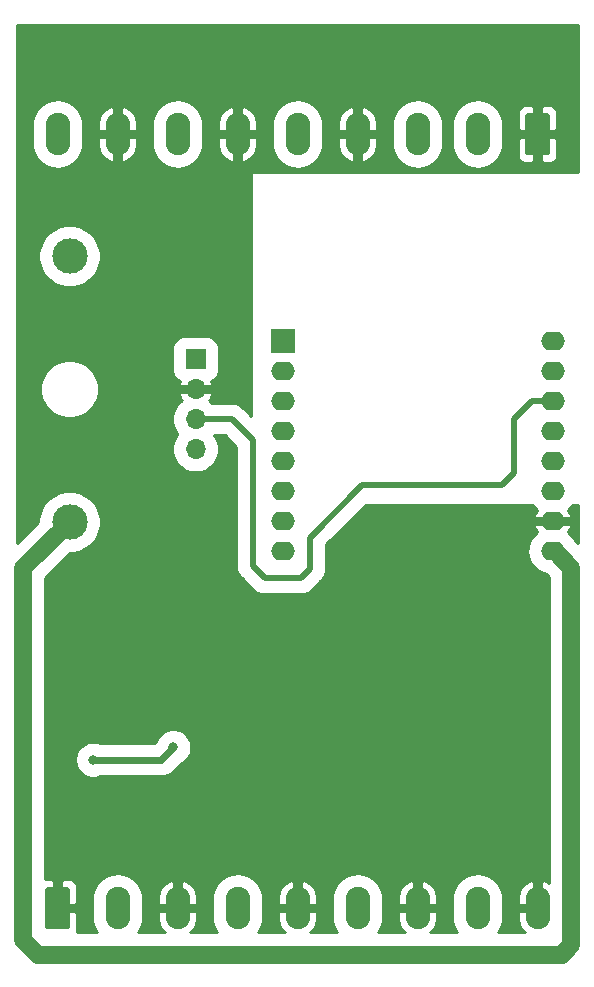
<source format=gbr>
G04 #@! TF.GenerationSoftware,KiCad,Pcbnew,5.1.5-52549c5~84~ubuntu18.04.1*
G04 #@! TF.CreationDate,2019-12-06T09:50:21+01:00*
G04 #@! TF.ProjectId,esp8266_temperature_iot,65737038-3236-4365-9f74-656d70657261,rev?*
G04 #@! TF.SameCoordinates,Original*
G04 #@! TF.FileFunction,Copper,L2,Bot*
G04 #@! TF.FilePolarity,Positive*
%FSLAX46Y46*%
G04 Gerber Fmt 4.6, Leading zero omitted, Abs format (unit mm)*
G04 Created by KiCad (PCBNEW 5.1.5-52549c5~84~ubuntu18.04.1) date 2019-12-06 09:50:21*
%MOMM*%
%LPD*%
G04 APERTURE LIST*
%ADD10O,1.700000X1.700000*%
%ADD11R,1.700000X1.700000*%
%ADD12C,3.000000*%
%ADD13O,2.000000X1.600000*%
%ADD14R,2.000000X2.000000*%
%ADD15C,0.100000*%
%ADD16O,2.080000X3.600000*%
%ADD17C,0.800000*%
%ADD18C,0.600000*%
%ADD19C,1.500000*%
%ADD20C,0.500000*%
%ADD21C,0.254000*%
G04 APERTURE END LIST*
D10*
X67564000Y-120904000D03*
X67564000Y-118364000D03*
X67564000Y-115824000D03*
D11*
X67564000Y-113284000D03*
D12*
X56896000Y-104574000D03*
X56896000Y-127074000D03*
D13*
X74930000Y-114300000D03*
D14*
X74930000Y-111760000D03*
D13*
X74930000Y-116840000D03*
X74930000Y-119380000D03*
X74930000Y-121920000D03*
X74930000Y-124460000D03*
X74930000Y-127000000D03*
X74930000Y-129540000D03*
X97790000Y-129540000D03*
X97790000Y-127000000D03*
X97790000Y-124460000D03*
X97790000Y-121920000D03*
X97790000Y-119380000D03*
X97790000Y-116840000D03*
X97790000Y-114300000D03*
X97790000Y-111760000D03*
G04 #@! TA.AperFunction,ComponentPad*
D15*
G36*
X97334505Y-92435204D02*
G01*
X97358773Y-92438804D01*
X97382572Y-92444765D01*
X97405671Y-92453030D01*
X97427850Y-92463520D01*
X97448893Y-92476132D01*
X97468599Y-92490747D01*
X97486777Y-92507223D01*
X97503253Y-92525401D01*
X97517868Y-92545107D01*
X97530480Y-92566150D01*
X97540970Y-92588329D01*
X97549235Y-92611428D01*
X97555196Y-92635227D01*
X97558796Y-92659495D01*
X97560000Y-92683999D01*
X97560000Y-95784001D01*
X97558796Y-95808505D01*
X97555196Y-95832773D01*
X97549235Y-95856572D01*
X97540970Y-95879671D01*
X97530480Y-95901850D01*
X97517868Y-95922893D01*
X97503253Y-95942599D01*
X97486777Y-95960777D01*
X97468599Y-95977253D01*
X97448893Y-95991868D01*
X97427850Y-96004480D01*
X97405671Y-96014970D01*
X97382572Y-96023235D01*
X97358773Y-96029196D01*
X97334505Y-96032796D01*
X97310001Y-96034000D01*
X95729999Y-96034000D01*
X95705495Y-96032796D01*
X95681227Y-96029196D01*
X95657428Y-96023235D01*
X95634329Y-96014970D01*
X95612150Y-96004480D01*
X95591107Y-95991868D01*
X95571401Y-95977253D01*
X95553223Y-95960777D01*
X95536747Y-95942599D01*
X95522132Y-95922893D01*
X95509520Y-95901850D01*
X95499030Y-95879671D01*
X95490765Y-95856572D01*
X95484804Y-95832773D01*
X95481204Y-95808505D01*
X95480000Y-95784001D01*
X95480000Y-92683999D01*
X95481204Y-92659495D01*
X95484804Y-92635227D01*
X95490765Y-92611428D01*
X95499030Y-92588329D01*
X95509520Y-92566150D01*
X95522132Y-92545107D01*
X95536747Y-92525401D01*
X95553223Y-92507223D01*
X95571401Y-92490747D01*
X95591107Y-92476132D01*
X95612150Y-92463520D01*
X95634329Y-92453030D01*
X95657428Y-92444765D01*
X95681227Y-92438804D01*
X95705495Y-92435204D01*
X95729999Y-92434000D01*
X97310001Y-92434000D01*
X97334505Y-92435204D01*
G37*
G04 #@! TD.AperFunction*
D16*
X91440000Y-94234000D03*
X86360000Y-94234000D03*
X81280000Y-94234000D03*
X76200000Y-94234000D03*
X71120000Y-94234000D03*
X66040000Y-94234000D03*
X60960000Y-94234000D03*
X55880000Y-94234000D03*
X96520000Y-159766000D03*
X91440000Y-159766000D03*
X86360000Y-159766000D03*
X81280000Y-159766000D03*
X76200000Y-159766000D03*
X71120000Y-159766000D03*
X66040000Y-159766000D03*
X60960000Y-159766000D03*
G04 #@! TA.AperFunction,ComponentPad*
D15*
G36*
X56694505Y-157967204D02*
G01*
X56718773Y-157970804D01*
X56742572Y-157976765D01*
X56765671Y-157985030D01*
X56787850Y-157995520D01*
X56808893Y-158008132D01*
X56828599Y-158022747D01*
X56846777Y-158039223D01*
X56863253Y-158057401D01*
X56877868Y-158077107D01*
X56890480Y-158098150D01*
X56900970Y-158120329D01*
X56909235Y-158143428D01*
X56915196Y-158167227D01*
X56918796Y-158191495D01*
X56920000Y-158215999D01*
X56920000Y-161316001D01*
X56918796Y-161340505D01*
X56915196Y-161364773D01*
X56909235Y-161388572D01*
X56900970Y-161411671D01*
X56890480Y-161433850D01*
X56877868Y-161454893D01*
X56863253Y-161474599D01*
X56846777Y-161492777D01*
X56828599Y-161509253D01*
X56808893Y-161523868D01*
X56787850Y-161536480D01*
X56765671Y-161546970D01*
X56742572Y-161555235D01*
X56718773Y-161561196D01*
X56694505Y-161564796D01*
X56670001Y-161566000D01*
X55089999Y-161566000D01*
X55065495Y-161564796D01*
X55041227Y-161561196D01*
X55017428Y-161555235D01*
X54994329Y-161546970D01*
X54972150Y-161536480D01*
X54951107Y-161523868D01*
X54931401Y-161509253D01*
X54913223Y-161492777D01*
X54896747Y-161474599D01*
X54882132Y-161454893D01*
X54869520Y-161433850D01*
X54859030Y-161411671D01*
X54850765Y-161388572D01*
X54844804Y-161364773D01*
X54841204Y-161340505D01*
X54840000Y-161316001D01*
X54840000Y-158215999D01*
X54841204Y-158191495D01*
X54844804Y-158167227D01*
X54850765Y-158143428D01*
X54859030Y-158120329D01*
X54869520Y-158098150D01*
X54882132Y-158077107D01*
X54896747Y-158057401D01*
X54913223Y-158039223D01*
X54931401Y-158022747D01*
X54951107Y-158008132D01*
X54972150Y-157995520D01*
X54994329Y-157985030D01*
X55017428Y-157976765D01*
X55041227Y-157970804D01*
X55065495Y-157967204D01*
X55089999Y-157966000D01*
X56670001Y-157966000D01*
X56694505Y-157967204D01*
G37*
G04 #@! TD.AperFunction*
D17*
X65679491Y-146156509D03*
X58893990Y-147193000D03*
X68961000Y-144907000D03*
X68580000Y-134620000D03*
X68580000Y-137414000D03*
X64958000Y-102682000D03*
X64958000Y-101158000D03*
D18*
X65679491Y-146156509D02*
X64643000Y-147193000D01*
X64643000Y-147193000D02*
X58893990Y-147193000D01*
D19*
X97990000Y-129540000D02*
X97790000Y-129540000D01*
X99390000Y-130940000D02*
X97990000Y-129540000D01*
X98552000Y-163703000D02*
X99390000Y-162865000D01*
X56896000Y-127074000D02*
X52959000Y-131011000D01*
X99390000Y-162865000D02*
X99390000Y-130940000D01*
X52959000Y-162433000D02*
X54229000Y-163703000D01*
X52959000Y-131011000D02*
X52959000Y-162433000D01*
X54229000Y-163703000D02*
X98552000Y-163703000D01*
D20*
X96012000Y-116840000D02*
X97790000Y-116840000D01*
X94488000Y-118364000D02*
X96012000Y-116840000D01*
X93472000Y-123952000D02*
X94488000Y-122936000D01*
X81661000Y-123952000D02*
X93472000Y-123952000D01*
X77216000Y-128397000D02*
X81661000Y-123952000D01*
X94488000Y-122936000D02*
X94488000Y-118364000D01*
X77216000Y-131064000D02*
X77216000Y-128397000D01*
X72390000Y-130810000D02*
X73406000Y-131826000D01*
X70612000Y-118364000D02*
X72390000Y-120142000D01*
X67564000Y-118364000D02*
X70612000Y-118364000D01*
X76454000Y-131826000D02*
X77216000Y-131064000D01*
X72390000Y-120142000D02*
X72390000Y-130810000D01*
X73406000Y-131826000D02*
X76454000Y-131826000D01*
D21*
G36*
X99949000Y-97409000D02*
G01*
X72390000Y-97409000D01*
X72365224Y-97411440D01*
X72341399Y-97418667D01*
X72319443Y-97430403D01*
X72300197Y-97446197D01*
X72284403Y-97465443D01*
X72272667Y-97487399D01*
X72265440Y-97511224D01*
X72263000Y-97536000D01*
X72263000Y-118067629D01*
X71633521Y-117438150D01*
X71590397Y-117385603D01*
X71380721Y-117213527D01*
X71141505Y-117085663D01*
X70881939Y-117006925D01*
X70679640Y-116987000D01*
X70612000Y-116980338D01*
X70544360Y-116987000D01*
X68982900Y-116987000D01*
X68824264Y-116828364D01*
X68714750Y-116755189D01*
X68755316Y-116710579D01*
X68905388Y-116461129D01*
X68963012Y-116321985D01*
X68861848Y-116097000D01*
X67837000Y-116097000D01*
X67837000Y-116117000D01*
X67291000Y-116117000D01*
X67291000Y-116097000D01*
X66266152Y-116097000D01*
X66164988Y-116321985D01*
X66222612Y-116461129D01*
X66372684Y-116710579D01*
X66413250Y-116755189D01*
X66303736Y-116828364D01*
X66028364Y-117103736D01*
X65812005Y-117427539D01*
X65662975Y-117787330D01*
X65587000Y-118169282D01*
X65587000Y-118558718D01*
X65662975Y-118940670D01*
X65812005Y-119300461D01*
X66028364Y-119624264D01*
X66038100Y-119634000D01*
X66028364Y-119643736D01*
X65812005Y-119967539D01*
X65662975Y-120327330D01*
X65587000Y-120709282D01*
X65587000Y-121098718D01*
X65662975Y-121480670D01*
X65812005Y-121840461D01*
X66028364Y-122164264D01*
X66303736Y-122439636D01*
X66627539Y-122655995D01*
X66987330Y-122805025D01*
X67369282Y-122881000D01*
X67758718Y-122881000D01*
X68140670Y-122805025D01*
X68500461Y-122655995D01*
X68824264Y-122439636D01*
X69099636Y-122164264D01*
X69315995Y-121840461D01*
X69465025Y-121480670D01*
X69541000Y-121098718D01*
X69541000Y-120709282D01*
X69465025Y-120327330D01*
X69315995Y-119967539D01*
X69164626Y-119741000D01*
X70041629Y-119741000D01*
X71013000Y-120712372D01*
X71013001Y-130742350D01*
X71006338Y-130810000D01*
X71032925Y-131079939D01*
X71111663Y-131339504D01*
X71227415Y-131556060D01*
X71239528Y-131578721D01*
X71411604Y-131788397D01*
X71464145Y-131831516D01*
X72384483Y-132751855D01*
X72427603Y-132804397D01*
X72637279Y-132976473D01*
X72876495Y-133104337D01*
X73136060Y-133183075D01*
X73406000Y-133209662D01*
X73473640Y-133203000D01*
X76386360Y-133203000D01*
X76454000Y-133209662D01*
X76723939Y-133183075D01*
X76983505Y-133104337D01*
X77222721Y-132976473D01*
X77432397Y-132804397D01*
X77475521Y-132751850D01*
X78141854Y-132085517D01*
X78194396Y-132042397D01*
X78366473Y-131832721D01*
X78494337Y-131593505D01*
X78547879Y-131417000D01*
X78573075Y-131333940D01*
X78599662Y-131064000D01*
X78593000Y-130996360D01*
X78593000Y-128967371D01*
X81957372Y-125603000D01*
X96035186Y-125603000D01*
X96220813Y-125829187D01*
X96512703Y-126068735D01*
X96391782Y-126219676D01*
X96262572Y-126468430D01*
X96241259Y-126509977D01*
X96343290Y-126727000D01*
X97517000Y-126727000D01*
X97517000Y-126707000D01*
X98063000Y-126707000D01*
X98063000Y-126727000D01*
X99236710Y-126727000D01*
X99338741Y-126509977D01*
X99317428Y-126468430D01*
X99188218Y-126219676D01*
X99067297Y-126068735D01*
X99359187Y-125829187D01*
X99544814Y-125603000D01*
X99949000Y-125603000D01*
X99949000Y-128844521D01*
X99635911Y-128531432D01*
X99599994Y-128464237D01*
X99359187Y-128170813D01*
X99067297Y-127931265D01*
X99188218Y-127780324D01*
X99317428Y-127531570D01*
X99338741Y-127490023D01*
X99236710Y-127273000D01*
X98063000Y-127273000D01*
X98063000Y-127293000D01*
X97517000Y-127293000D01*
X97517000Y-127273000D01*
X96343290Y-127273000D01*
X96241259Y-127490023D01*
X96262572Y-127531570D01*
X96391782Y-127780324D01*
X96512703Y-127931265D01*
X96220813Y-128170813D01*
X95980006Y-128464237D01*
X95801071Y-128799001D01*
X95690883Y-129162242D01*
X95653677Y-129540000D01*
X95690883Y-129917758D01*
X95801071Y-130280999D01*
X95980006Y-130615763D01*
X96220813Y-130909187D01*
X96514237Y-131149994D01*
X96849001Y-131328929D01*
X97212242Y-131439117D01*
X97237085Y-131441564D01*
X97513001Y-131717480D01*
X97513000Y-157629996D01*
X97511364Y-157628555D01*
X97223589Y-157461617D01*
X97048163Y-157416450D01*
X96793000Y-157514529D01*
X96793000Y-159493000D01*
X96813000Y-159493000D01*
X96813000Y-160039000D01*
X96793000Y-160039000D01*
X96793000Y-160059000D01*
X96247000Y-160059000D01*
X96247000Y-160039000D01*
X94845000Y-160039000D01*
X94845000Y-160799000D01*
X94930444Y-161120531D01*
X95076974Y-161419214D01*
X95278959Y-161683572D01*
X95440693Y-161826000D01*
X93176443Y-161826000D01*
X93250513Y-161735746D01*
X93451734Y-161359287D01*
X93575645Y-160950805D01*
X93607000Y-160632454D01*
X93607000Y-158899545D01*
X93590597Y-158733000D01*
X94845000Y-158733000D01*
X94845000Y-159493000D01*
X96247000Y-159493000D01*
X96247000Y-157514529D01*
X95991837Y-157416450D01*
X95816411Y-157461617D01*
X95528636Y-157628555D01*
X95278959Y-157848428D01*
X95076974Y-158112786D01*
X94930444Y-158411469D01*
X94845000Y-158733000D01*
X93590597Y-158733000D01*
X93575645Y-158581194D01*
X93451734Y-158172713D01*
X93250513Y-157796254D01*
X92979714Y-157466286D01*
X92649746Y-157195487D01*
X92273286Y-156994266D01*
X91864805Y-156870355D01*
X91440000Y-156828515D01*
X91015194Y-156870355D01*
X90606713Y-156994266D01*
X90230254Y-157195487D01*
X89900286Y-157466286D01*
X89629487Y-157796254D01*
X89428266Y-158172714D01*
X89304355Y-158581195D01*
X89273000Y-158899546D01*
X89273000Y-160632455D01*
X89304355Y-160950806D01*
X89428267Y-161359287D01*
X89629488Y-161735746D01*
X89703558Y-161826000D01*
X87439307Y-161826000D01*
X87601041Y-161683572D01*
X87803026Y-161419214D01*
X87949556Y-161120531D01*
X88035000Y-160799000D01*
X88035000Y-160039000D01*
X86633000Y-160039000D01*
X86633000Y-160059000D01*
X86087000Y-160059000D01*
X86087000Y-160039000D01*
X84685000Y-160039000D01*
X84685000Y-160799000D01*
X84770444Y-161120531D01*
X84916974Y-161419214D01*
X85118959Y-161683572D01*
X85280693Y-161826000D01*
X83016443Y-161826000D01*
X83090513Y-161735746D01*
X83291734Y-161359287D01*
X83415645Y-160950805D01*
X83447000Y-160632454D01*
X83447000Y-158899545D01*
X83430597Y-158733000D01*
X84685000Y-158733000D01*
X84685000Y-159493000D01*
X86087000Y-159493000D01*
X86087000Y-157514529D01*
X86633000Y-157514529D01*
X86633000Y-159493000D01*
X88035000Y-159493000D01*
X88035000Y-158733000D01*
X87949556Y-158411469D01*
X87803026Y-158112786D01*
X87601041Y-157848428D01*
X87351364Y-157628555D01*
X87063589Y-157461617D01*
X86888163Y-157416450D01*
X86633000Y-157514529D01*
X86087000Y-157514529D01*
X85831837Y-157416450D01*
X85656411Y-157461617D01*
X85368636Y-157628555D01*
X85118959Y-157848428D01*
X84916974Y-158112786D01*
X84770444Y-158411469D01*
X84685000Y-158733000D01*
X83430597Y-158733000D01*
X83415645Y-158581194D01*
X83291734Y-158172713D01*
X83090513Y-157796254D01*
X82819714Y-157466286D01*
X82489746Y-157195487D01*
X82113286Y-156994266D01*
X81704805Y-156870355D01*
X81280000Y-156828515D01*
X80855194Y-156870355D01*
X80446713Y-156994266D01*
X80070254Y-157195487D01*
X79740286Y-157466286D01*
X79469487Y-157796254D01*
X79268266Y-158172714D01*
X79144355Y-158581195D01*
X79113000Y-158899546D01*
X79113000Y-160632455D01*
X79144355Y-160950806D01*
X79268267Y-161359287D01*
X79469488Y-161735746D01*
X79543558Y-161826000D01*
X77279307Y-161826000D01*
X77441041Y-161683572D01*
X77643026Y-161419214D01*
X77789556Y-161120531D01*
X77875000Y-160799000D01*
X77875000Y-160039000D01*
X76473000Y-160039000D01*
X76473000Y-160059000D01*
X75927000Y-160059000D01*
X75927000Y-160039000D01*
X74525000Y-160039000D01*
X74525000Y-160799000D01*
X74610444Y-161120531D01*
X74756974Y-161419214D01*
X74958959Y-161683572D01*
X75120693Y-161826000D01*
X72856443Y-161826000D01*
X72930513Y-161735746D01*
X73131734Y-161359287D01*
X73255645Y-160950805D01*
X73287000Y-160632454D01*
X73287000Y-158899545D01*
X73270597Y-158733000D01*
X74525000Y-158733000D01*
X74525000Y-159493000D01*
X75927000Y-159493000D01*
X75927000Y-157514529D01*
X76473000Y-157514529D01*
X76473000Y-159493000D01*
X77875000Y-159493000D01*
X77875000Y-158733000D01*
X77789556Y-158411469D01*
X77643026Y-158112786D01*
X77441041Y-157848428D01*
X77191364Y-157628555D01*
X76903589Y-157461617D01*
X76728163Y-157416450D01*
X76473000Y-157514529D01*
X75927000Y-157514529D01*
X75671837Y-157416450D01*
X75496411Y-157461617D01*
X75208636Y-157628555D01*
X74958959Y-157848428D01*
X74756974Y-158112786D01*
X74610444Y-158411469D01*
X74525000Y-158733000D01*
X73270597Y-158733000D01*
X73255645Y-158581194D01*
X73131734Y-158172713D01*
X72930513Y-157796254D01*
X72659714Y-157466286D01*
X72329746Y-157195487D01*
X71953286Y-156994266D01*
X71544805Y-156870355D01*
X71120000Y-156828515D01*
X70695194Y-156870355D01*
X70286713Y-156994266D01*
X69910254Y-157195487D01*
X69580286Y-157466286D01*
X69309487Y-157796254D01*
X69108266Y-158172714D01*
X68984355Y-158581195D01*
X68953000Y-158899546D01*
X68953000Y-160632455D01*
X68984355Y-160950806D01*
X69108267Y-161359287D01*
X69309488Y-161735746D01*
X69383558Y-161826000D01*
X67119307Y-161826000D01*
X67281041Y-161683572D01*
X67483026Y-161419214D01*
X67629556Y-161120531D01*
X67715000Y-160799000D01*
X67715000Y-160039000D01*
X66313000Y-160039000D01*
X66313000Y-160059000D01*
X65767000Y-160059000D01*
X65767000Y-160039000D01*
X64365000Y-160039000D01*
X64365000Y-160799000D01*
X64450444Y-161120531D01*
X64596974Y-161419214D01*
X64798959Y-161683572D01*
X64960693Y-161826000D01*
X62696443Y-161826000D01*
X62770513Y-161735746D01*
X62971734Y-161359287D01*
X63095645Y-160950805D01*
X63127000Y-160632454D01*
X63127000Y-158899545D01*
X63110597Y-158733000D01*
X64365000Y-158733000D01*
X64365000Y-159493000D01*
X65767000Y-159493000D01*
X65767000Y-157514529D01*
X66313000Y-157514529D01*
X66313000Y-159493000D01*
X67715000Y-159493000D01*
X67715000Y-158733000D01*
X67629556Y-158411469D01*
X67483026Y-158112786D01*
X67281041Y-157848428D01*
X67031364Y-157628555D01*
X66743589Y-157461617D01*
X66568163Y-157416450D01*
X66313000Y-157514529D01*
X65767000Y-157514529D01*
X65511837Y-157416450D01*
X65336411Y-157461617D01*
X65048636Y-157628555D01*
X64798959Y-157848428D01*
X64596974Y-158112786D01*
X64450444Y-158411469D01*
X64365000Y-158733000D01*
X63110597Y-158733000D01*
X63095645Y-158581194D01*
X62971734Y-158172713D01*
X62770513Y-157796254D01*
X62499714Y-157466286D01*
X62169746Y-157195487D01*
X61793286Y-156994266D01*
X61384805Y-156870355D01*
X60960000Y-156828515D01*
X60535194Y-156870355D01*
X60126713Y-156994266D01*
X59750254Y-157195487D01*
X59420286Y-157466286D01*
X59149487Y-157796254D01*
X58948266Y-158172714D01*
X58824355Y-158581195D01*
X58793000Y-158899546D01*
X58793000Y-160632455D01*
X58824355Y-160950806D01*
X58948267Y-161359287D01*
X59149488Y-161735746D01*
X59223558Y-161826000D01*
X57501046Y-161826000D01*
X57509502Y-161810180D01*
X57545812Y-161690482D01*
X57558072Y-161566000D01*
X57555000Y-160197750D01*
X57396250Y-160039000D01*
X56153000Y-160039000D01*
X56153000Y-160059000D01*
X55607000Y-160059000D01*
X55607000Y-160039000D01*
X55587000Y-160039000D01*
X55587000Y-159493000D01*
X55607000Y-159493000D01*
X55607000Y-157489750D01*
X56153000Y-157489750D01*
X56153000Y-159493000D01*
X57396250Y-159493000D01*
X57555000Y-159334250D01*
X57558072Y-157966000D01*
X57545812Y-157841518D01*
X57509502Y-157721820D01*
X57450537Y-157611506D01*
X57371185Y-157514815D01*
X57274494Y-157435463D01*
X57164180Y-157376498D01*
X57044482Y-157340188D01*
X56920000Y-157327928D01*
X56311750Y-157331000D01*
X56153000Y-157489750D01*
X55607000Y-157489750D01*
X55448250Y-157331000D01*
X54840000Y-157327928D01*
X54836000Y-157328322D01*
X54836000Y-147042604D01*
X57366990Y-147042604D01*
X57366990Y-147343396D01*
X57425671Y-147638410D01*
X57540780Y-147916306D01*
X57707891Y-148166406D01*
X57920584Y-148379099D01*
X58170684Y-148546210D01*
X58448580Y-148661319D01*
X58743594Y-148720000D01*
X59044386Y-148720000D01*
X59339400Y-148661319D01*
X59439152Y-148620000D01*
X64572912Y-148620000D01*
X64643000Y-148626903D01*
X64713088Y-148620000D01*
X64713098Y-148620000D01*
X64922741Y-148599352D01*
X65191731Y-148517755D01*
X65439634Y-148385248D01*
X65656923Y-148206923D01*
X65701609Y-148152473D01*
X66303045Y-147551038D01*
X66402797Y-147509719D01*
X66652897Y-147342608D01*
X66865590Y-147129915D01*
X67032701Y-146879815D01*
X67147810Y-146601919D01*
X67206491Y-146306905D01*
X67206491Y-146006113D01*
X67147810Y-145711099D01*
X67032701Y-145433203D01*
X66865590Y-145183103D01*
X66652897Y-144970410D01*
X66402797Y-144803299D01*
X66124901Y-144688190D01*
X65829887Y-144629509D01*
X65529095Y-144629509D01*
X65234081Y-144688190D01*
X64956185Y-144803299D01*
X64706085Y-144970410D01*
X64493392Y-145183103D01*
X64326281Y-145433203D01*
X64284962Y-145532955D01*
X64051918Y-145766000D01*
X59439152Y-145766000D01*
X59339400Y-145724681D01*
X59044386Y-145666000D01*
X58743594Y-145666000D01*
X58448580Y-145724681D01*
X58170684Y-145839790D01*
X57920584Y-146006901D01*
X57707891Y-146219594D01*
X57540780Y-146469694D01*
X57425671Y-146747590D01*
X57366990Y-147042604D01*
X54836000Y-147042604D01*
X54836000Y-131788478D01*
X56923478Y-129701000D01*
X57154737Y-129701000D01*
X57662268Y-129600046D01*
X58140351Y-129402017D01*
X58570615Y-129114524D01*
X58936524Y-128748615D01*
X59224017Y-128318351D01*
X59422046Y-127840268D01*
X59523000Y-127332737D01*
X59523000Y-126815263D01*
X59422046Y-126307732D01*
X59224017Y-125829649D01*
X58936524Y-125399385D01*
X58570615Y-125033476D01*
X58140351Y-124745983D01*
X57662268Y-124547954D01*
X57154737Y-124447000D01*
X56637263Y-124447000D01*
X56129732Y-124547954D01*
X55651649Y-124745983D01*
X55221385Y-125033476D01*
X54855476Y-125399385D01*
X54567983Y-125829649D01*
X54369954Y-126307732D01*
X54269000Y-126815263D01*
X54269000Y-127046522D01*
X52451000Y-128864522D01*
X52451000Y-115580037D01*
X54419000Y-115580037D01*
X54419000Y-116067963D01*
X54514190Y-116546514D01*
X54700911Y-116997299D01*
X54971989Y-117402995D01*
X55317005Y-117748011D01*
X55722701Y-118019089D01*
X56173486Y-118205810D01*
X56652037Y-118301000D01*
X57139963Y-118301000D01*
X57618514Y-118205810D01*
X58069299Y-118019089D01*
X58474995Y-117748011D01*
X58820011Y-117402995D01*
X59091089Y-116997299D01*
X59277810Y-116546514D01*
X59373000Y-116067963D01*
X59373000Y-115580037D01*
X59277810Y-115101486D01*
X59091089Y-114650701D01*
X58820011Y-114245005D01*
X58474995Y-113899989D01*
X58069299Y-113628911D01*
X57618514Y-113442190D01*
X57139963Y-113347000D01*
X56652037Y-113347000D01*
X56173486Y-113442190D01*
X55722701Y-113628911D01*
X55317005Y-113899989D01*
X54971989Y-114245005D01*
X54700911Y-114650701D01*
X54514190Y-115101486D01*
X54419000Y-115580037D01*
X52451000Y-115580037D01*
X52451000Y-112434000D01*
X65581547Y-112434000D01*
X65581547Y-114134000D01*
X65603307Y-114354931D01*
X65667750Y-114567371D01*
X65772400Y-114763157D01*
X65913235Y-114934765D01*
X66084843Y-115075600D01*
X66239743Y-115158396D01*
X66222612Y-115186871D01*
X66164988Y-115326015D01*
X66266152Y-115551000D01*
X67291000Y-115551000D01*
X67291000Y-115531000D01*
X67837000Y-115531000D01*
X67837000Y-115551000D01*
X68861848Y-115551000D01*
X68963012Y-115326015D01*
X68905388Y-115186871D01*
X68888257Y-115158396D01*
X69043157Y-115075600D01*
X69214765Y-114934765D01*
X69355600Y-114763157D01*
X69460250Y-114567371D01*
X69524693Y-114354931D01*
X69546453Y-114134000D01*
X69546453Y-112434000D01*
X69524693Y-112213069D01*
X69460250Y-112000629D01*
X69355600Y-111804843D01*
X69214765Y-111633235D01*
X69043157Y-111492400D01*
X68847371Y-111387750D01*
X68634931Y-111323307D01*
X68414000Y-111301547D01*
X66714000Y-111301547D01*
X66493069Y-111323307D01*
X66280629Y-111387750D01*
X66084843Y-111492400D01*
X65913235Y-111633235D01*
X65772400Y-111804843D01*
X65667750Y-112000629D01*
X65603307Y-112213069D01*
X65581547Y-112434000D01*
X52451000Y-112434000D01*
X52451000Y-104315263D01*
X54269000Y-104315263D01*
X54269000Y-104832737D01*
X54369954Y-105340268D01*
X54567983Y-105818351D01*
X54855476Y-106248615D01*
X55221385Y-106614524D01*
X55651649Y-106902017D01*
X56129732Y-107100046D01*
X56637263Y-107201000D01*
X57154737Y-107201000D01*
X57662268Y-107100046D01*
X58140351Y-106902017D01*
X58570615Y-106614524D01*
X58936524Y-106248615D01*
X59224017Y-105818351D01*
X59422046Y-105340268D01*
X59523000Y-104832737D01*
X59523000Y-104315263D01*
X59422046Y-103807732D01*
X59224017Y-103329649D01*
X58936524Y-102899385D01*
X58570615Y-102533476D01*
X58140351Y-102245983D01*
X57662268Y-102047954D01*
X57154737Y-101947000D01*
X56637263Y-101947000D01*
X56129732Y-102047954D01*
X55651649Y-102245983D01*
X55221385Y-102533476D01*
X54855476Y-102899385D01*
X54567983Y-103329649D01*
X54369954Y-103807732D01*
X54269000Y-104315263D01*
X52451000Y-104315263D01*
X52451000Y-93367545D01*
X53713000Y-93367545D01*
X53713000Y-95100454D01*
X53744355Y-95418805D01*
X53868266Y-95827286D01*
X54069487Y-96203746D01*
X54340286Y-96533714D01*
X54670254Y-96804513D01*
X55046713Y-97005734D01*
X55455194Y-97129645D01*
X55880000Y-97171485D01*
X56304805Y-97129645D01*
X56713286Y-97005734D01*
X57089746Y-96804513D01*
X57419714Y-96533714D01*
X57690513Y-96203746D01*
X57891734Y-95827287D01*
X58015645Y-95418806D01*
X58047000Y-95100455D01*
X58047000Y-94507000D01*
X59285000Y-94507000D01*
X59285000Y-95267000D01*
X59370444Y-95588531D01*
X59516974Y-95887214D01*
X59718959Y-96151572D01*
X59968636Y-96371445D01*
X60256411Y-96538383D01*
X60431837Y-96583550D01*
X60687000Y-96485471D01*
X60687000Y-94507000D01*
X61233000Y-94507000D01*
X61233000Y-96485471D01*
X61488163Y-96583550D01*
X61663589Y-96538383D01*
X61951364Y-96371445D01*
X62201041Y-96151572D01*
X62403026Y-95887214D01*
X62549556Y-95588531D01*
X62635000Y-95267000D01*
X62635000Y-94507000D01*
X61233000Y-94507000D01*
X60687000Y-94507000D01*
X59285000Y-94507000D01*
X58047000Y-94507000D01*
X58047000Y-93367546D01*
X58030597Y-93201000D01*
X59285000Y-93201000D01*
X59285000Y-93961000D01*
X60687000Y-93961000D01*
X60687000Y-91982529D01*
X61233000Y-91982529D01*
X61233000Y-93961000D01*
X62635000Y-93961000D01*
X62635000Y-93367545D01*
X63873000Y-93367545D01*
X63873000Y-95100454D01*
X63904355Y-95418805D01*
X64028266Y-95827286D01*
X64229487Y-96203746D01*
X64500286Y-96533714D01*
X64830254Y-96804513D01*
X65206713Y-97005734D01*
X65615194Y-97129645D01*
X66040000Y-97171485D01*
X66464805Y-97129645D01*
X66873286Y-97005734D01*
X67249746Y-96804513D01*
X67579714Y-96533714D01*
X67850513Y-96203746D01*
X68051734Y-95827287D01*
X68175645Y-95418806D01*
X68207000Y-95100455D01*
X68207000Y-94507000D01*
X69445000Y-94507000D01*
X69445000Y-95267000D01*
X69530444Y-95588531D01*
X69676974Y-95887214D01*
X69878959Y-96151572D01*
X70128636Y-96371445D01*
X70416411Y-96538383D01*
X70591837Y-96583550D01*
X70847000Y-96485471D01*
X70847000Y-94507000D01*
X71393000Y-94507000D01*
X71393000Y-96485471D01*
X71648163Y-96583550D01*
X71823589Y-96538383D01*
X72111364Y-96371445D01*
X72361041Y-96151572D01*
X72563026Y-95887214D01*
X72709556Y-95588531D01*
X72795000Y-95267000D01*
X72795000Y-94507000D01*
X71393000Y-94507000D01*
X70847000Y-94507000D01*
X69445000Y-94507000D01*
X68207000Y-94507000D01*
X68207000Y-93367546D01*
X68190597Y-93201000D01*
X69445000Y-93201000D01*
X69445000Y-93961000D01*
X70847000Y-93961000D01*
X70847000Y-91982529D01*
X71393000Y-91982529D01*
X71393000Y-93961000D01*
X72795000Y-93961000D01*
X72795000Y-93367545D01*
X74033000Y-93367545D01*
X74033000Y-95100454D01*
X74064355Y-95418805D01*
X74188266Y-95827286D01*
X74389487Y-96203746D01*
X74660286Y-96533714D01*
X74990254Y-96804513D01*
X75366713Y-97005734D01*
X75775194Y-97129645D01*
X76200000Y-97171485D01*
X76624805Y-97129645D01*
X77033286Y-97005734D01*
X77409746Y-96804513D01*
X77739714Y-96533714D01*
X78010513Y-96203746D01*
X78211734Y-95827287D01*
X78335645Y-95418806D01*
X78367000Y-95100455D01*
X78367000Y-94507000D01*
X79605000Y-94507000D01*
X79605000Y-95267000D01*
X79690444Y-95588531D01*
X79836974Y-95887214D01*
X80038959Y-96151572D01*
X80288636Y-96371445D01*
X80576411Y-96538383D01*
X80751837Y-96583550D01*
X81007000Y-96485471D01*
X81007000Y-94507000D01*
X81553000Y-94507000D01*
X81553000Y-96485471D01*
X81808163Y-96583550D01*
X81983589Y-96538383D01*
X82271364Y-96371445D01*
X82521041Y-96151572D01*
X82723026Y-95887214D01*
X82869556Y-95588531D01*
X82955000Y-95267000D01*
X82955000Y-94507000D01*
X81553000Y-94507000D01*
X81007000Y-94507000D01*
X79605000Y-94507000D01*
X78367000Y-94507000D01*
X78367000Y-93367546D01*
X78350597Y-93201000D01*
X79605000Y-93201000D01*
X79605000Y-93961000D01*
X81007000Y-93961000D01*
X81007000Y-91982529D01*
X81553000Y-91982529D01*
X81553000Y-93961000D01*
X82955000Y-93961000D01*
X82955000Y-93367545D01*
X84193000Y-93367545D01*
X84193000Y-95100454D01*
X84224355Y-95418805D01*
X84348266Y-95827286D01*
X84549487Y-96203746D01*
X84820286Y-96533714D01*
X85150254Y-96804513D01*
X85526713Y-97005734D01*
X85935194Y-97129645D01*
X86360000Y-97171485D01*
X86784805Y-97129645D01*
X87193286Y-97005734D01*
X87569746Y-96804513D01*
X87899714Y-96533714D01*
X88170513Y-96203746D01*
X88371734Y-95827287D01*
X88495645Y-95418806D01*
X88527000Y-95100455D01*
X88527000Y-93367546D01*
X88527000Y-93367545D01*
X89273000Y-93367545D01*
X89273000Y-95100454D01*
X89304355Y-95418805D01*
X89428266Y-95827286D01*
X89629487Y-96203746D01*
X89900286Y-96533714D01*
X90230254Y-96804513D01*
X90606713Y-97005734D01*
X91015194Y-97129645D01*
X91440000Y-97171485D01*
X91864805Y-97129645D01*
X92273286Y-97005734D01*
X92649746Y-96804513D01*
X92979714Y-96533714D01*
X93250513Y-96203746D01*
X93341243Y-96034000D01*
X94841928Y-96034000D01*
X94854188Y-96158482D01*
X94890498Y-96278180D01*
X94949463Y-96388494D01*
X95028815Y-96485185D01*
X95125506Y-96564537D01*
X95235820Y-96623502D01*
X95355518Y-96659812D01*
X95480000Y-96672072D01*
X96088250Y-96669000D01*
X96247000Y-96510250D01*
X96247000Y-94507000D01*
X96793000Y-94507000D01*
X96793000Y-96510250D01*
X96951750Y-96669000D01*
X97560000Y-96672072D01*
X97684482Y-96659812D01*
X97804180Y-96623502D01*
X97914494Y-96564537D01*
X98011185Y-96485185D01*
X98090537Y-96388494D01*
X98149502Y-96278180D01*
X98185812Y-96158482D01*
X98198072Y-96034000D01*
X98195000Y-94665750D01*
X98036250Y-94507000D01*
X96793000Y-94507000D01*
X96247000Y-94507000D01*
X95003750Y-94507000D01*
X94845000Y-94665750D01*
X94841928Y-96034000D01*
X93341243Y-96034000D01*
X93451734Y-95827287D01*
X93575645Y-95418806D01*
X93607000Y-95100455D01*
X93607000Y-93367546D01*
X93575645Y-93049195D01*
X93451734Y-92640713D01*
X93341244Y-92434000D01*
X94841928Y-92434000D01*
X94845000Y-93802250D01*
X95003750Y-93961000D01*
X96247000Y-93961000D01*
X96247000Y-91957750D01*
X96793000Y-91957750D01*
X96793000Y-93961000D01*
X98036250Y-93961000D01*
X98195000Y-93802250D01*
X98198072Y-92434000D01*
X98185812Y-92309518D01*
X98149502Y-92189820D01*
X98090537Y-92079506D01*
X98011185Y-91982815D01*
X97914494Y-91903463D01*
X97804180Y-91844498D01*
X97684482Y-91808188D01*
X97560000Y-91795928D01*
X96951750Y-91799000D01*
X96793000Y-91957750D01*
X96247000Y-91957750D01*
X96088250Y-91799000D01*
X95480000Y-91795928D01*
X95355518Y-91808188D01*
X95235820Y-91844498D01*
X95125506Y-91903463D01*
X95028815Y-91982815D01*
X94949463Y-92079506D01*
X94890498Y-92189820D01*
X94854188Y-92309518D01*
X94841928Y-92434000D01*
X93341244Y-92434000D01*
X93250513Y-92264254D01*
X92979714Y-91934286D01*
X92649746Y-91663487D01*
X92273287Y-91462266D01*
X91864806Y-91338355D01*
X91440000Y-91296515D01*
X91015195Y-91338355D01*
X90606714Y-91462266D01*
X90230255Y-91663487D01*
X89900287Y-91934286D01*
X89629488Y-92264254D01*
X89428267Y-92640713D01*
X89304355Y-93049194D01*
X89273000Y-93367545D01*
X88527000Y-93367545D01*
X88495645Y-93049195D01*
X88371734Y-92640713D01*
X88170513Y-92264254D01*
X87899714Y-91934286D01*
X87569746Y-91663487D01*
X87193287Y-91462266D01*
X86784806Y-91338355D01*
X86360000Y-91296515D01*
X85935195Y-91338355D01*
X85526714Y-91462266D01*
X85150255Y-91663487D01*
X84820287Y-91934286D01*
X84549488Y-92264254D01*
X84348267Y-92640713D01*
X84224355Y-93049194D01*
X84193000Y-93367545D01*
X82955000Y-93367545D01*
X82955000Y-93201000D01*
X82869556Y-92879469D01*
X82723026Y-92580786D01*
X82521041Y-92316428D01*
X82271364Y-92096555D01*
X81983589Y-91929617D01*
X81808163Y-91884450D01*
X81553000Y-91982529D01*
X81007000Y-91982529D01*
X80751837Y-91884450D01*
X80576411Y-91929617D01*
X80288636Y-92096555D01*
X80038959Y-92316428D01*
X79836974Y-92580786D01*
X79690444Y-92879469D01*
X79605000Y-93201000D01*
X78350597Y-93201000D01*
X78335645Y-93049195D01*
X78211734Y-92640713D01*
X78010513Y-92264254D01*
X77739714Y-91934286D01*
X77409746Y-91663487D01*
X77033287Y-91462266D01*
X76624806Y-91338355D01*
X76200000Y-91296515D01*
X75775195Y-91338355D01*
X75366714Y-91462266D01*
X74990255Y-91663487D01*
X74660287Y-91934286D01*
X74389488Y-92264254D01*
X74188267Y-92640713D01*
X74064355Y-93049194D01*
X74033000Y-93367545D01*
X72795000Y-93367545D01*
X72795000Y-93201000D01*
X72709556Y-92879469D01*
X72563026Y-92580786D01*
X72361041Y-92316428D01*
X72111364Y-92096555D01*
X71823589Y-91929617D01*
X71648163Y-91884450D01*
X71393000Y-91982529D01*
X70847000Y-91982529D01*
X70591837Y-91884450D01*
X70416411Y-91929617D01*
X70128636Y-92096555D01*
X69878959Y-92316428D01*
X69676974Y-92580786D01*
X69530444Y-92879469D01*
X69445000Y-93201000D01*
X68190597Y-93201000D01*
X68175645Y-93049195D01*
X68051734Y-92640713D01*
X67850513Y-92264254D01*
X67579714Y-91934286D01*
X67249746Y-91663487D01*
X66873287Y-91462266D01*
X66464806Y-91338355D01*
X66040000Y-91296515D01*
X65615195Y-91338355D01*
X65206714Y-91462266D01*
X64830255Y-91663487D01*
X64500287Y-91934286D01*
X64229488Y-92264254D01*
X64028267Y-92640713D01*
X63904355Y-93049194D01*
X63873000Y-93367545D01*
X62635000Y-93367545D01*
X62635000Y-93201000D01*
X62549556Y-92879469D01*
X62403026Y-92580786D01*
X62201041Y-92316428D01*
X61951364Y-92096555D01*
X61663589Y-91929617D01*
X61488163Y-91884450D01*
X61233000Y-91982529D01*
X60687000Y-91982529D01*
X60431837Y-91884450D01*
X60256411Y-91929617D01*
X59968636Y-92096555D01*
X59718959Y-92316428D01*
X59516974Y-92580786D01*
X59370444Y-92879469D01*
X59285000Y-93201000D01*
X58030597Y-93201000D01*
X58015645Y-93049195D01*
X57891734Y-92640713D01*
X57690513Y-92264254D01*
X57419714Y-91934286D01*
X57089746Y-91663487D01*
X56713287Y-91462266D01*
X56304806Y-91338355D01*
X55880000Y-91296515D01*
X55455195Y-91338355D01*
X55046714Y-91462266D01*
X54670255Y-91663487D01*
X54340287Y-91934286D01*
X54069488Y-92264254D01*
X53868267Y-92640713D01*
X53744355Y-93049194D01*
X53713000Y-93367545D01*
X52451000Y-93367545D01*
X52451000Y-84963000D01*
X99949000Y-84963000D01*
X99949000Y-97409000D01*
G37*
X99949000Y-97409000D02*
X72390000Y-97409000D01*
X72365224Y-97411440D01*
X72341399Y-97418667D01*
X72319443Y-97430403D01*
X72300197Y-97446197D01*
X72284403Y-97465443D01*
X72272667Y-97487399D01*
X72265440Y-97511224D01*
X72263000Y-97536000D01*
X72263000Y-118067629D01*
X71633521Y-117438150D01*
X71590397Y-117385603D01*
X71380721Y-117213527D01*
X71141505Y-117085663D01*
X70881939Y-117006925D01*
X70679640Y-116987000D01*
X70612000Y-116980338D01*
X70544360Y-116987000D01*
X68982900Y-116987000D01*
X68824264Y-116828364D01*
X68714750Y-116755189D01*
X68755316Y-116710579D01*
X68905388Y-116461129D01*
X68963012Y-116321985D01*
X68861848Y-116097000D01*
X67837000Y-116097000D01*
X67837000Y-116117000D01*
X67291000Y-116117000D01*
X67291000Y-116097000D01*
X66266152Y-116097000D01*
X66164988Y-116321985D01*
X66222612Y-116461129D01*
X66372684Y-116710579D01*
X66413250Y-116755189D01*
X66303736Y-116828364D01*
X66028364Y-117103736D01*
X65812005Y-117427539D01*
X65662975Y-117787330D01*
X65587000Y-118169282D01*
X65587000Y-118558718D01*
X65662975Y-118940670D01*
X65812005Y-119300461D01*
X66028364Y-119624264D01*
X66038100Y-119634000D01*
X66028364Y-119643736D01*
X65812005Y-119967539D01*
X65662975Y-120327330D01*
X65587000Y-120709282D01*
X65587000Y-121098718D01*
X65662975Y-121480670D01*
X65812005Y-121840461D01*
X66028364Y-122164264D01*
X66303736Y-122439636D01*
X66627539Y-122655995D01*
X66987330Y-122805025D01*
X67369282Y-122881000D01*
X67758718Y-122881000D01*
X68140670Y-122805025D01*
X68500461Y-122655995D01*
X68824264Y-122439636D01*
X69099636Y-122164264D01*
X69315995Y-121840461D01*
X69465025Y-121480670D01*
X69541000Y-121098718D01*
X69541000Y-120709282D01*
X69465025Y-120327330D01*
X69315995Y-119967539D01*
X69164626Y-119741000D01*
X70041629Y-119741000D01*
X71013000Y-120712372D01*
X71013001Y-130742350D01*
X71006338Y-130810000D01*
X71032925Y-131079939D01*
X71111663Y-131339504D01*
X71227415Y-131556060D01*
X71239528Y-131578721D01*
X71411604Y-131788397D01*
X71464145Y-131831516D01*
X72384483Y-132751855D01*
X72427603Y-132804397D01*
X72637279Y-132976473D01*
X72876495Y-133104337D01*
X73136060Y-133183075D01*
X73406000Y-133209662D01*
X73473640Y-133203000D01*
X76386360Y-133203000D01*
X76454000Y-133209662D01*
X76723939Y-133183075D01*
X76983505Y-133104337D01*
X77222721Y-132976473D01*
X77432397Y-132804397D01*
X77475521Y-132751850D01*
X78141854Y-132085517D01*
X78194396Y-132042397D01*
X78366473Y-131832721D01*
X78494337Y-131593505D01*
X78547879Y-131417000D01*
X78573075Y-131333940D01*
X78599662Y-131064000D01*
X78593000Y-130996360D01*
X78593000Y-128967371D01*
X81957372Y-125603000D01*
X96035186Y-125603000D01*
X96220813Y-125829187D01*
X96512703Y-126068735D01*
X96391782Y-126219676D01*
X96262572Y-126468430D01*
X96241259Y-126509977D01*
X96343290Y-126727000D01*
X97517000Y-126727000D01*
X97517000Y-126707000D01*
X98063000Y-126707000D01*
X98063000Y-126727000D01*
X99236710Y-126727000D01*
X99338741Y-126509977D01*
X99317428Y-126468430D01*
X99188218Y-126219676D01*
X99067297Y-126068735D01*
X99359187Y-125829187D01*
X99544814Y-125603000D01*
X99949000Y-125603000D01*
X99949000Y-128844521D01*
X99635911Y-128531432D01*
X99599994Y-128464237D01*
X99359187Y-128170813D01*
X99067297Y-127931265D01*
X99188218Y-127780324D01*
X99317428Y-127531570D01*
X99338741Y-127490023D01*
X99236710Y-127273000D01*
X98063000Y-127273000D01*
X98063000Y-127293000D01*
X97517000Y-127293000D01*
X97517000Y-127273000D01*
X96343290Y-127273000D01*
X96241259Y-127490023D01*
X96262572Y-127531570D01*
X96391782Y-127780324D01*
X96512703Y-127931265D01*
X96220813Y-128170813D01*
X95980006Y-128464237D01*
X95801071Y-128799001D01*
X95690883Y-129162242D01*
X95653677Y-129540000D01*
X95690883Y-129917758D01*
X95801071Y-130280999D01*
X95980006Y-130615763D01*
X96220813Y-130909187D01*
X96514237Y-131149994D01*
X96849001Y-131328929D01*
X97212242Y-131439117D01*
X97237085Y-131441564D01*
X97513001Y-131717480D01*
X97513000Y-157629996D01*
X97511364Y-157628555D01*
X97223589Y-157461617D01*
X97048163Y-157416450D01*
X96793000Y-157514529D01*
X96793000Y-159493000D01*
X96813000Y-159493000D01*
X96813000Y-160039000D01*
X96793000Y-160039000D01*
X96793000Y-160059000D01*
X96247000Y-160059000D01*
X96247000Y-160039000D01*
X94845000Y-160039000D01*
X94845000Y-160799000D01*
X94930444Y-161120531D01*
X95076974Y-161419214D01*
X95278959Y-161683572D01*
X95440693Y-161826000D01*
X93176443Y-161826000D01*
X93250513Y-161735746D01*
X93451734Y-161359287D01*
X93575645Y-160950805D01*
X93607000Y-160632454D01*
X93607000Y-158899545D01*
X93590597Y-158733000D01*
X94845000Y-158733000D01*
X94845000Y-159493000D01*
X96247000Y-159493000D01*
X96247000Y-157514529D01*
X95991837Y-157416450D01*
X95816411Y-157461617D01*
X95528636Y-157628555D01*
X95278959Y-157848428D01*
X95076974Y-158112786D01*
X94930444Y-158411469D01*
X94845000Y-158733000D01*
X93590597Y-158733000D01*
X93575645Y-158581194D01*
X93451734Y-158172713D01*
X93250513Y-157796254D01*
X92979714Y-157466286D01*
X92649746Y-157195487D01*
X92273286Y-156994266D01*
X91864805Y-156870355D01*
X91440000Y-156828515D01*
X91015194Y-156870355D01*
X90606713Y-156994266D01*
X90230254Y-157195487D01*
X89900286Y-157466286D01*
X89629487Y-157796254D01*
X89428266Y-158172714D01*
X89304355Y-158581195D01*
X89273000Y-158899546D01*
X89273000Y-160632455D01*
X89304355Y-160950806D01*
X89428267Y-161359287D01*
X89629488Y-161735746D01*
X89703558Y-161826000D01*
X87439307Y-161826000D01*
X87601041Y-161683572D01*
X87803026Y-161419214D01*
X87949556Y-161120531D01*
X88035000Y-160799000D01*
X88035000Y-160039000D01*
X86633000Y-160039000D01*
X86633000Y-160059000D01*
X86087000Y-160059000D01*
X86087000Y-160039000D01*
X84685000Y-160039000D01*
X84685000Y-160799000D01*
X84770444Y-161120531D01*
X84916974Y-161419214D01*
X85118959Y-161683572D01*
X85280693Y-161826000D01*
X83016443Y-161826000D01*
X83090513Y-161735746D01*
X83291734Y-161359287D01*
X83415645Y-160950805D01*
X83447000Y-160632454D01*
X83447000Y-158899545D01*
X83430597Y-158733000D01*
X84685000Y-158733000D01*
X84685000Y-159493000D01*
X86087000Y-159493000D01*
X86087000Y-157514529D01*
X86633000Y-157514529D01*
X86633000Y-159493000D01*
X88035000Y-159493000D01*
X88035000Y-158733000D01*
X87949556Y-158411469D01*
X87803026Y-158112786D01*
X87601041Y-157848428D01*
X87351364Y-157628555D01*
X87063589Y-157461617D01*
X86888163Y-157416450D01*
X86633000Y-157514529D01*
X86087000Y-157514529D01*
X85831837Y-157416450D01*
X85656411Y-157461617D01*
X85368636Y-157628555D01*
X85118959Y-157848428D01*
X84916974Y-158112786D01*
X84770444Y-158411469D01*
X84685000Y-158733000D01*
X83430597Y-158733000D01*
X83415645Y-158581194D01*
X83291734Y-158172713D01*
X83090513Y-157796254D01*
X82819714Y-157466286D01*
X82489746Y-157195487D01*
X82113286Y-156994266D01*
X81704805Y-156870355D01*
X81280000Y-156828515D01*
X80855194Y-156870355D01*
X80446713Y-156994266D01*
X80070254Y-157195487D01*
X79740286Y-157466286D01*
X79469487Y-157796254D01*
X79268266Y-158172714D01*
X79144355Y-158581195D01*
X79113000Y-158899546D01*
X79113000Y-160632455D01*
X79144355Y-160950806D01*
X79268267Y-161359287D01*
X79469488Y-161735746D01*
X79543558Y-161826000D01*
X77279307Y-161826000D01*
X77441041Y-161683572D01*
X77643026Y-161419214D01*
X77789556Y-161120531D01*
X77875000Y-160799000D01*
X77875000Y-160039000D01*
X76473000Y-160039000D01*
X76473000Y-160059000D01*
X75927000Y-160059000D01*
X75927000Y-160039000D01*
X74525000Y-160039000D01*
X74525000Y-160799000D01*
X74610444Y-161120531D01*
X74756974Y-161419214D01*
X74958959Y-161683572D01*
X75120693Y-161826000D01*
X72856443Y-161826000D01*
X72930513Y-161735746D01*
X73131734Y-161359287D01*
X73255645Y-160950805D01*
X73287000Y-160632454D01*
X73287000Y-158899545D01*
X73270597Y-158733000D01*
X74525000Y-158733000D01*
X74525000Y-159493000D01*
X75927000Y-159493000D01*
X75927000Y-157514529D01*
X76473000Y-157514529D01*
X76473000Y-159493000D01*
X77875000Y-159493000D01*
X77875000Y-158733000D01*
X77789556Y-158411469D01*
X77643026Y-158112786D01*
X77441041Y-157848428D01*
X77191364Y-157628555D01*
X76903589Y-157461617D01*
X76728163Y-157416450D01*
X76473000Y-157514529D01*
X75927000Y-157514529D01*
X75671837Y-157416450D01*
X75496411Y-157461617D01*
X75208636Y-157628555D01*
X74958959Y-157848428D01*
X74756974Y-158112786D01*
X74610444Y-158411469D01*
X74525000Y-158733000D01*
X73270597Y-158733000D01*
X73255645Y-158581194D01*
X73131734Y-158172713D01*
X72930513Y-157796254D01*
X72659714Y-157466286D01*
X72329746Y-157195487D01*
X71953286Y-156994266D01*
X71544805Y-156870355D01*
X71120000Y-156828515D01*
X70695194Y-156870355D01*
X70286713Y-156994266D01*
X69910254Y-157195487D01*
X69580286Y-157466286D01*
X69309487Y-157796254D01*
X69108266Y-158172714D01*
X68984355Y-158581195D01*
X68953000Y-158899546D01*
X68953000Y-160632455D01*
X68984355Y-160950806D01*
X69108267Y-161359287D01*
X69309488Y-161735746D01*
X69383558Y-161826000D01*
X67119307Y-161826000D01*
X67281041Y-161683572D01*
X67483026Y-161419214D01*
X67629556Y-161120531D01*
X67715000Y-160799000D01*
X67715000Y-160039000D01*
X66313000Y-160039000D01*
X66313000Y-160059000D01*
X65767000Y-160059000D01*
X65767000Y-160039000D01*
X64365000Y-160039000D01*
X64365000Y-160799000D01*
X64450444Y-161120531D01*
X64596974Y-161419214D01*
X64798959Y-161683572D01*
X64960693Y-161826000D01*
X62696443Y-161826000D01*
X62770513Y-161735746D01*
X62971734Y-161359287D01*
X63095645Y-160950805D01*
X63127000Y-160632454D01*
X63127000Y-158899545D01*
X63110597Y-158733000D01*
X64365000Y-158733000D01*
X64365000Y-159493000D01*
X65767000Y-159493000D01*
X65767000Y-157514529D01*
X66313000Y-157514529D01*
X66313000Y-159493000D01*
X67715000Y-159493000D01*
X67715000Y-158733000D01*
X67629556Y-158411469D01*
X67483026Y-158112786D01*
X67281041Y-157848428D01*
X67031364Y-157628555D01*
X66743589Y-157461617D01*
X66568163Y-157416450D01*
X66313000Y-157514529D01*
X65767000Y-157514529D01*
X65511837Y-157416450D01*
X65336411Y-157461617D01*
X65048636Y-157628555D01*
X64798959Y-157848428D01*
X64596974Y-158112786D01*
X64450444Y-158411469D01*
X64365000Y-158733000D01*
X63110597Y-158733000D01*
X63095645Y-158581194D01*
X62971734Y-158172713D01*
X62770513Y-157796254D01*
X62499714Y-157466286D01*
X62169746Y-157195487D01*
X61793286Y-156994266D01*
X61384805Y-156870355D01*
X60960000Y-156828515D01*
X60535194Y-156870355D01*
X60126713Y-156994266D01*
X59750254Y-157195487D01*
X59420286Y-157466286D01*
X59149487Y-157796254D01*
X58948266Y-158172714D01*
X58824355Y-158581195D01*
X58793000Y-158899546D01*
X58793000Y-160632455D01*
X58824355Y-160950806D01*
X58948267Y-161359287D01*
X59149488Y-161735746D01*
X59223558Y-161826000D01*
X57501046Y-161826000D01*
X57509502Y-161810180D01*
X57545812Y-161690482D01*
X57558072Y-161566000D01*
X57555000Y-160197750D01*
X57396250Y-160039000D01*
X56153000Y-160039000D01*
X56153000Y-160059000D01*
X55607000Y-160059000D01*
X55607000Y-160039000D01*
X55587000Y-160039000D01*
X55587000Y-159493000D01*
X55607000Y-159493000D01*
X55607000Y-157489750D01*
X56153000Y-157489750D01*
X56153000Y-159493000D01*
X57396250Y-159493000D01*
X57555000Y-159334250D01*
X57558072Y-157966000D01*
X57545812Y-157841518D01*
X57509502Y-157721820D01*
X57450537Y-157611506D01*
X57371185Y-157514815D01*
X57274494Y-157435463D01*
X57164180Y-157376498D01*
X57044482Y-157340188D01*
X56920000Y-157327928D01*
X56311750Y-157331000D01*
X56153000Y-157489750D01*
X55607000Y-157489750D01*
X55448250Y-157331000D01*
X54840000Y-157327928D01*
X54836000Y-157328322D01*
X54836000Y-147042604D01*
X57366990Y-147042604D01*
X57366990Y-147343396D01*
X57425671Y-147638410D01*
X57540780Y-147916306D01*
X57707891Y-148166406D01*
X57920584Y-148379099D01*
X58170684Y-148546210D01*
X58448580Y-148661319D01*
X58743594Y-148720000D01*
X59044386Y-148720000D01*
X59339400Y-148661319D01*
X59439152Y-148620000D01*
X64572912Y-148620000D01*
X64643000Y-148626903D01*
X64713088Y-148620000D01*
X64713098Y-148620000D01*
X64922741Y-148599352D01*
X65191731Y-148517755D01*
X65439634Y-148385248D01*
X65656923Y-148206923D01*
X65701609Y-148152473D01*
X66303045Y-147551038D01*
X66402797Y-147509719D01*
X66652897Y-147342608D01*
X66865590Y-147129915D01*
X67032701Y-146879815D01*
X67147810Y-146601919D01*
X67206491Y-146306905D01*
X67206491Y-146006113D01*
X67147810Y-145711099D01*
X67032701Y-145433203D01*
X66865590Y-145183103D01*
X66652897Y-144970410D01*
X66402797Y-144803299D01*
X66124901Y-144688190D01*
X65829887Y-144629509D01*
X65529095Y-144629509D01*
X65234081Y-144688190D01*
X64956185Y-144803299D01*
X64706085Y-144970410D01*
X64493392Y-145183103D01*
X64326281Y-145433203D01*
X64284962Y-145532955D01*
X64051918Y-145766000D01*
X59439152Y-145766000D01*
X59339400Y-145724681D01*
X59044386Y-145666000D01*
X58743594Y-145666000D01*
X58448580Y-145724681D01*
X58170684Y-145839790D01*
X57920584Y-146006901D01*
X57707891Y-146219594D01*
X57540780Y-146469694D01*
X57425671Y-146747590D01*
X57366990Y-147042604D01*
X54836000Y-147042604D01*
X54836000Y-131788478D01*
X56923478Y-129701000D01*
X57154737Y-129701000D01*
X57662268Y-129600046D01*
X58140351Y-129402017D01*
X58570615Y-129114524D01*
X58936524Y-128748615D01*
X59224017Y-128318351D01*
X59422046Y-127840268D01*
X59523000Y-127332737D01*
X59523000Y-126815263D01*
X59422046Y-126307732D01*
X59224017Y-125829649D01*
X58936524Y-125399385D01*
X58570615Y-125033476D01*
X58140351Y-124745983D01*
X57662268Y-124547954D01*
X57154737Y-124447000D01*
X56637263Y-124447000D01*
X56129732Y-124547954D01*
X55651649Y-124745983D01*
X55221385Y-125033476D01*
X54855476Y-125399385D01*
X54567983Y-125829649D01*
X54369954Y-126307732D01*
X54269000Y-126815263D01*
X54269000Y-127046522D01*
X52451000Y-128864522D01*
X52451000Y-115580037D01*
X54419000Y-115580037D01*
X54419000Y-116067963D01*
X54514190Y-116546514D01*
X54700911Y-116997299D01*
X54971989Y-117402995D01*
X55317005Y-117748011D01*
X55722701Y-118019089D01*
X56173486Y-118205810D01*
X56652037Y-118301000D01*
X57139963Y-118301000D01*
X57618514Y-118205810D01*
X58069299Y-118019089D01*
X58474995Y-117748011D01*
X58820011Y-117402995D01*
X59091089Y-116997299D01*
X59277810Y-116546514D01*
X59373000Y-116067963D01*
X59373000Y-115580037D01*
X59277810Y-115101486D01*
X59091089Y-114650701D01*
X58820011Y-114245005D01*
X58474995Y-113899989D01*
X58069299Y-113628911D01*
X57618514Y-113442190D01*
X57139963Y-113347000D01*
X56652037Y-113347000D01*
X56173486Y-113442190D01*
X55722701Y-113628911D01*
X55317005Y-113899989D01*
X54971989Y-114245005D01*
X54700911Y-114650701D01*
X54514190Y-115101486D01*
X54419000Y-115580037D01*
X52451000Y-115580037D01*
X52451000Y-112434000D01*
X65581547Y-112434000D01*
X65581547Y-114134000D01*
X65603307Y-114354931D01*
X65667750Y-114567371D01*
X65772400Y-114763157D01*
X65913235Y-114934765D01*
X66084843Y-115075600D01*
X66239743Y-115158396D01*
X66222612Y-115186871D01*
X66164988Y-115326015D01*
X66266152Y-115551000D01*
X67291000Y-115551000D01*
X67291000Y-115531000D01*
X67837000Y-115531000D01*
X67837000Y-115551000D01*
X68861848Y-115551000D01*
X68963012Y-115326015D01*
X68905388Y-115186871D01*
X68888257Y-115158396D01*
X69043157Y-115075600D01*
X69214765Y-114934765D01*
X69355600Y-114763157D01*
X69460250Y-114567371D01*
X69524693Y-114354931D01*
X69546453Y-114134000D01*
X69546453Y-112434000D01*
X69524693Y-112213069D01*
X69460250Y-112000629D01*
X69355600Y-111804843D01*
X69214765Y-111633235D01*
X69043157Y-111492400D01*
X68847371Y-111387750D01*
X68634931Y-111323307D01*
X68414000Y-111301547D01*
X66714000Y-111301547D01*
X66493069Y-111323307D01*
X66280629Y-111387750D01*
X66084843Y-111492400D01*
X65913235Y-111633235D01*
X65772400Y-111804843D01*
X65667750Y-112000629D01*
X65603307Y-112213069D01*
X65581547Y-112434000D01*
X52451000Y-112434000D01*
X52451000Y-104315263D01*
X54269000Y-104315263D01*
X54269000Y-104832737D01*
X54369954Y-105340268D01*
X54567983Y-105818351D01*
X54855476Y-106248615D01*
X55221385Y-106614524D01*
X55651649Y-106902017D01*
X56129732Y-107100046D01*
X56637263Y-107201000D01*
X57154737Y-107201000D01*
X57662268Y-107100046D01*
X58140351Y-106902017D01*
X58570615Y-106614524D01*
X58936524Y-106248615D01*
X59224017Y-105818351D01*
X59422046Y-105340268D01*
X59523000Y-104832737D01*
X59523000Y-104315263D01*
X59422046Y-103807732D01*
X59224017Y-103329649D01*
X58936524Y-102899385D01*
X58570615Y-102533476D01*
X58140351Y-102245983D01*
X57662268Y-102047954D01*
X57154737Y-101947000D01*
X56637263Y-101947000D01*
X56129732Y-102047954D01*
X55651649Y-102245983D01*
X55221385Y-102533476D01*
X54855476Y-102899385D01*
X54567983Y-103329649D01*
X54369954Y-103807732D01*
X54269000Y-104315263D01*
X52451000Y-104315263D01*
X52451000Y-93367545D01*
X53713000Y-93367545D01*
X53713000Y-95100454D01*
X53744355Y-95418805D01*
X53868266Y-95827286D01*
X54069487Y-96203746D01*
X54340286Y-96533714D01*
X54670254Y-96804513D01*
X55046713Y-97005734D01*
X55455194Y-97129645D01*
X55880000Y-97171485D01*
X56304805Y-97129645D01*
X56713286Y-97005734D01*
X57089746Y-96804513D01*
X57419714Y-96533714D01*
X57690513Y-96203746D01*
X57891734Y-95827287D01*
X58015645Y-95418806D01*
X58047000Y-95100455D01*
X58047000Y-94507000D01*
X59285000Y-94507000D01*
X59285000Y-95267000D01*
X59370444Y-95588531D01*
X59516974Y-95887214D01*
X59718959Y-96151572D01*
X59968636Y-96371445D01*
X60256411Y-96538383D01*
X60431837Y-96583550D01*
X60687000Y-96485471D01*
X60687000Y-94507000D01*
X61233000Y-94507000D01*
X61233000Y-96485471D01*
X61488163Y-96583550D01*
X61663589Y-96538383D01*
X61951364Y-96371445D01*
X62201041Y-96151572D01*
X62403026Y-95887214D01*
X62549556Y-95588531D01*
X62635000Y-95267000D01*
X62635000Y-94507000D01*
X61233000Y-94507000D01*
X60687000Y-94507000D01*
X59285000Y-94507000D01*
X58047000Y-94507000D01*
X58047000Y-93367546D01*
X58030597Y-93201000D01*
X59285000Y-93201000D01*
X59285000Y-93961000D01*
X60687000Y-93961000D01*
X60687000Y-91982529D01*
X61233000Y-91982529D01*
X61233000Y-93961000D01*
X62635000Y-93961000D01*
X62635000Y-93367545D01*
X63873000Y-93367545D01*
X63873000Y-95100454D01*
X63904355Y-95418805D01*
X64028266Y-95827286D01*
X64229487Y-96203746D01*
X64500286Y-96533714D01*
X64830254Y-96804513D01*
X65206713Y-97005734D01*
X65615194Y-97129645D01*
X66040000Y-97171485D01*
X66464805Y-97129645D01*
X66873286Y-97005734D01*
X67249746Y-96804513D01*
X67579714Y-96533714D01*
X67850513Y-96203746D01*
X68051734Y-95827287D01*
X68175645Y-95418806D01*
X68207000Y-95100455D01*
X68207000Y-94507000D01*
X69445000Y-94507000D01*
X69445000Y-95267000D01*
X69530444Y-95588531D01*
X69676974Y-95887214D01*
X69878959Y-96151572D01*
X70128636Y-96371445D01*
X70416411Y-96538383D01*
X70591837Y-96583550D01*
X70847000Y-96485471D01*
X70847000Y-94507000D01*
X71393000Y-94507000D01*
X71393000Y-96485471D01*
X71648163Y-96583550D01*
X71823589Y-96538383D01*
X72111364Y-96371445D01*
X72361041Y-96151572D01*
X72563026Y-95887214D01*
X72709556Y-95588531D01*
X72795000Y-95267000D01*
X72795000Y-94507000D01*
X71393000Y-94507000D01*
X70847000Y-94507000D01*
X69445000Y-94507000D01*
X68207000Y-94507000D01*
X68207000Y-93367546D01*
X68190597Y-93201000D01*
X69445000Y-93201000D01*
X69445000Y-93961000D01*
X70847000Y-93961000D01*
X70847000Y-91982529D01*
X71393000Y-91982529D01*
X71393000Y-93961000D01*
X72795000Y-93961000D01*
X72795000Y-93367545D01*
X74033000Y-93367545D01*
X74033000Y-95100454D01*
X74064355Y-95418805D01*
X74188266Y-95827286D01*
X74389487Y-96203746D01*
X74660286Y-96533714D01*
X74990254Y-96804513D01*
X75366713Y-97005734D01*
X75775194Y-97129645D01*
X76200000Y-97171485D01*
X76624805Y-97129645D01*
X77033286Y-97005734D01*
X77409746Y-96804513D01*
X77739714Y-96533714D01*
X78010513Y-96203746D01*
X78211734Y-95827287D01*
X78335645Y-95418806D01*
X78367000Y-95100455D01*
X78367000Y-94507000D01*
X79605000Y-94507000D01*
X79605000Y-95267000D01*
X79690444Y-95588531D01*
X79836974Y-95887214D01*
X80038959Y-96151572D01*
X80288636Y-96371445D01*
X80576411Y-96538383D01*
X80751837Y-96583550D01*
X81007000Y-96485471D01*
X81007000Y-94507000D01*
X81553000Y-94507000D01*
X81553000Y-96485471D01*
X81808163Y-96583550D01*
X81983589Y-96538383D01*
X82271364Y-96371445D01*
X82521041Y-96151572D01*
X82723026Y-95887214D01*
X82869556Y-95588531D01*
X82955000Y-95267000D01*
X82955000Y-94507000D01*
X81553000Y-94507000D01*
X81007000Y-94507000D01*
X79605000Y-94507000D01*
X78367000Y-94507000D01*
X78367000Y-93367546D01*
X78350597Y-93201000D01*
X79605000Y-93201000D01*
X79605000Y-93961000D01*
X81007000Y-93961000D01*
X81007000Y-91982529D01*
X81553000Y-91982529D01*
X81553000Y-93961000D01*
X82955000Y-93961000D01*
X82955000Y-93367545D01*
X84193000Y-93367545D01*
X84193000Y-95100454D01*
X84224355Y-95418805D01*
X84348266Y-95827286D01*
X84549487Y-96203746D01*
X84820286Y-96533714D01*
X85150254Y-96804513D01*
X85526713Y-97005734D01*
X85935194Y-97129645D01*
X86360000Y-97171485D01*
X86784805Y-97129645D01*
X87193286Y-97005734D01*
X87569746Y-96804513D01*
X87899714Y-96533714D01*
X88170513Y-96203746D01*
X88371734Y-95827287D01*
X88495645Y-95418806D01*
X88527000Y-95100455D01*
X88527000Y-93367546D01*
X88527000Y-93367545D01*
X89273000Y-93367545D01*
X89273000Y-95100454D01*
X89304355Y-95418805D01*
X89428266Y-95827286D01*
X89629487Y-96203746D01*
X89900286Y-96533714D01*
X90230254Y-96804513D01*
X90606713Y-97005734D01*
X91015194Y-97129645D01*
X91440000Y-97171485D01*
X91864805Y-97129645D01*
X92273286Y-97005734D01*
X92649746Y-96804513D01*
X92979714Y-96533714D01*
X93250513Y-96203746D01*
X93341243Y-96034000D01*
X94841928Y-96034000D01*
X94854188Y-96158482D01*
X94890498Y-96278180D01*
X94949463Y-96388494D01*
X95028815Y-96485185D01*
X95125506Y-96564537D01*
X95235820Y-96623502D01*
X95355518Y-96659812D01*
X95480000Y-96672072D01*
X96088250Y-96669000D01*
X96247000Y-96510250D01*
X96247000Y-94507000D01*
X96793000Y-94507000D01*
X96793000Y-96510250D01*
X96951750Y-96669000D01*
X97560000Y-96672072D01*
X97684482Y-96659812D01*
X97804180Y-96623502D01*
X97914494Y-96564537D01*
X98011185Y-96485185D01*
X98090537Y-96388494D01*
X98149502Y-96278180D01*
X98185812Y-96158482D01*
X98198072Y-96034000D01*
X98195000Y-94665750D01*
X98036250Y-94507000D01*
X96793000Y-94507000D01*
X96247000Y-94507000D01*
X95003750Y-94507000D01*
X94845000Y-94665750D01*
X94841928Y-96034000D01*
X93341243Y-96034000D01*
X93451734Y-95827287D01*
X93575645Y-95418806D01*
X93607000Y-95100455D01*
X93607000Y-93367546D01*
X93575645Y-93049195D01*
X93451734Y-92640713D01*
X93341244Y-92434000D01*
X94841928Y-92434000D01*
X94845000Y-93802250D01*
X95003750Y-93961000D01*
X96247000Y-93961000D01*
X96247000Y-91957750D01*
X96793000Y-91957750D01*
X96793000Y-93961000D01*
X98036250Y-93961000D01*
X98195000Y-93802250D01*
X98198072Y-92434000D01*
X98185812Y-92309518D01*
X98149502Y-92189820D01*
X98090537Y-92079506D01*
X98011185Y-91982815D01*
X97914494Y-91903463D01*
X97804180Y-91844498D01*
X97684482Y-91808188D01*
X97560000Y-91795928D01*
X96951750Y-91799000D01*
X96793000Y-91957750D01*
X96247000Y-91957750D01*
X96088250Y-91799000D01*
X95480000Y-91795928D01*
X95355518Y-91808188D01*
X95235820Y-91844498D01*
X95125506Y-91903463D01*
X95028815Y-91982815D01*
X94949463Y-92079506D01*
X94890498Y-92189820D01*
X94854188Y-92309518D01*
X94841928Y-92434000D01*
X93341244Y-92434000D01*
X93250513Y-92264254D01*
X92979714Y-91934286D01*
X92649746Y-91663487D01*
X92273287Y-91462266D01*
X91864806Y-91338355D01*
X91440000Y-91296515D01*
X91015195Y-91338355D01*
X90606714Y-91462266D01*
X90230255Y-91663487D01*
X89900287Y-91934286D01*
X89629488Y-92264254D01*
X89428267Y-92640713D01*
X89304355Y-93049194D01*
X89273000Y-93367545D01*
X88527000Y-93367545D01*
X88495645Y-93049195D01*
X88371734Y-92640713D01*
X88170513Y-92264254D01*
X87899714Y-91934286D01*
X87569746Y-91663487D01*
X87193287Y-91462266D01*
X86784806Y-91338355D01*
X86360000Y-91296515D01*
X85935195Y-91338355D01*
X85526714Y-91462266D01*
X85150255Y-91663487D01*
X84820287Y-91934286D01*
X84549488Y-92264254D01*
X84348267Y-92640713D01*
X84224355Y-93049194D01*
X84193000Y-93367545D01*
X82955000Y-93367545D01*
X82955000Y-93201000D01*
X82869556Y-92879469D01*
X82723026Y-92580786D01*
X82521041Y-92316428D01*
X82271364Y-92096555D01*
X81983589Y-91929617D01*
X81808163Y-91884450D01*
X81553000Y-91982529D01*
X81007000Y-91982529D01*
X80751837Y-91884450D01*
X80576411Y-91929617D01*
X80288636Y-92096555D01*
X80038959Y-92316428D01*
X79836974Y-92580786D01*
X79690444Y-92879469D01*
X79605000Y-93201000D01*
X78350597Y-93201000D01*
X78335645Y-93049195D01*
X78211734Y-92640713D01*
X78010513Y-92264254D01*
X77739714Y-91934286D01*
X77409746Y-91663487D01*
X77033287Y-91462266D01*
X76624806Y-91338355D01*
X76200000Y-91296515D01*
X75775195Y-91338355D01*
X75366714Y-91462266D01*
X74990255Y-91663487D01*
X74660287Y-91934286D01*
X74389488Y-92264254D01*
X74188267Y-92640713D01*
X74064355Y-93049194D01*
X74033000Y-93367545D01*
X72795000Y-93367545D01*
X72795000Y-93201000D01*
X72709556Y-92879469D01*
X72563026Y-92580786D01*
X72361041Y-92316428D01*
X72111364Y-92096555D01*
X71823589Y-91929617D01*
X71648163Y-91884450D01*
X71393000Y-91982529D01*
X70847000Y-91982529D01*
X70591837Y-91884450D01*
X70416411Y-91929617D01*
X70128636Y-92096555D01*
X69878959Y-92316428D01*
X69676974Y-92580786D01*
X69530444Y-92879469D01*
X69445000Y-93201000D01*
X68190597Y-93201000D01*
X68175645Y-93049195D01*
X68051734Y-92640713D01*
X67850513Y-92264254D01*
X67579714Y-91934286D01*
X67249746Y-91663487D01*
X66873287Y-91462266D01*
X66464806Y-91338355D01*
X66040000Y-91296515D01*
X65615195Y-91338355D01*
X65206714Y-91462266D01*
X64830255Y-91663487D01*
X64500287Y-91934286D01*
X64229488Y-92264254D01*
X64028267Y-92640713D01*
X63904355Y-93049194D01*
X63873000Y-93367545D01*
X62635000Y-93367545D01*
X62635000Y-93201000D01*
X62549556Y-92879469D01*
X62403026Y-92580786D01*
X62201041Y-92316428D01*
X61951364Y-92096555D01*
X61663589Y-91929617D01*
X61488163Y-91884450D01*
X61233000Y-91982529D01*
X60687000Y-91982529D01*
X60431837Y-91884450D01*
X60256411Y-91929617D01*
X59968636Y-92096555D01*
X59718959Y-92316428D01*
X59516974Y-92580786D01*
X59370444Y-92879469D01*
X59285000Y-93201000D01*
X58030597Y-93201000D01*
X58015645Y-93049195D01*
X57891734Y-92640713D01*
X57690513Y-92264254D01*
X57419714Y-91934286D01*
X57089746Y-91663487D01*
X56713287Y-91462266D01*
X56304806Y-91338355D01*
X55880000Y-91296515D01*
X55455195Y-91338355D01*
X55046714Y-91462266D01*
X54670255Y-91663487D01*
X54340287Y-91934286D01*
X54069488Y-92264254D01*
X53868267Y-92640713D01*
X53744355Y-93049194D01*
X53713000Y-93367545D01*
X52451000Y-93367545D01*
X52451000Y-84963000D01*
X99949000Y-84963000D01*
X99949000Y-97409000D01*
M02*

</source>
